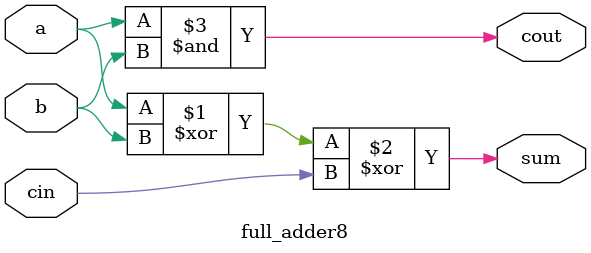
<source format=v>
module full_adder8(a,b,cin,sum,cout);
input a,b,cin;
output sum,cout;
assign sum = a^b^cin;
assign cout = a&b|cin&(1'b0); 
// initial begin
//     $display("The incorrect adder with or0 and and1 having out/0 and in1/0");
// end   
endmodule
</source>
